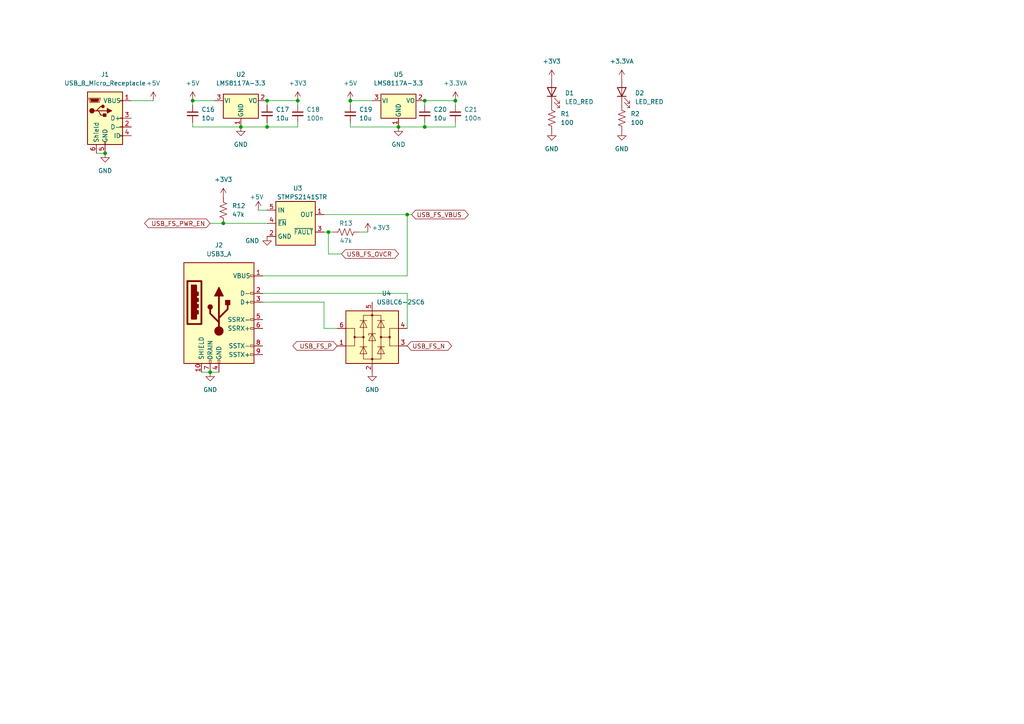
<source format=kicad_sch>
(kicad_sch (version 20211123) (generator eeschema)

  (uuid ed2cc488-f8a6-4a9b-8c26-56cf5073acf5)

  (paper "A4")

  (lib_symbols
    (symbol "Connector:USB3_A" (pin_names (offset 1.016)) (in_bom yes) (on_board yes)
      (property "Reference" "J" (id 0) (at -10.16 15.24 0)
        (effects (font (size 1.27 1.27)) (justify left))
      )
      (property "Value" "USB3_A" (id 1) (at 10.16 15.24 0)
        (effects (font (size 1.27 1.27)) (justify right))
      )
      (property "Footprint" "" (id 2) (at 3.81 2.54 0)
        (effects (font (size 1.27 1.27)) hide)
      )
      (property "Datasheet" "~" (id 3) (at 3.81 2.54 0)
        (effects (font (size 1.27 1.27)) hide)
      )
      (property "ki_keywords" "usb universal serial bus" (id 4) (at 0 0 0)
        (effects (font (size 1.27 1.27)) hide)
      )
      (property "ki_description" "USB 3.0 A connector" (id 5) (at 0 0 0)
        (effects (font (size 1.27 1.27)) hide)
      )
      (symbol "USB3_A_0_0"
        (rectangle (start -9.144 8.636) (end -5.08 -3.81)
          (stroke (width 0.508) (type default) (color 0 0 0 0))
          (fill (type none))
        )
        (rectangle (start -7.874 7.366) (end -6.604 -2.286)
          (stroke (width 0.508) (type default) (color 0 0 0 0))
          (fill (type outline))
        )
        (rectangle (start -6.35 0) (end -6.096 -0.762)
          (stroke (width 0.508) (type default) (color 0 0 0 0))
          (fill (type none))
        )
        (rectangle (start -6.35 1.778) (end -6.096 1.016)
          (stroke (width 0.508) (type default) (color 0 0 0 0))
          (fill (type none))
        )
        (rectangle (start -6.35 3.556) (end -6.096 2.794)
          (stroke (width 0.508) (type default) (color 0 0 0 0))
          (fill (type none))
        )
        (rectangle (start -6.35 5.334) (end -6.096 4.572)
          (stroke (width 0.508) (type default) (color 0 0 0 0))
          (fill (type none))
        )
        (rectangle (start -2.794 -15.24) (end -2.286 -14.224)
          (stroke (width 0) (type default) (color 0 0 0 0))
          (fill (type none))
        )
        (rectangle (start -0.254 -15.24) (end 0.254 -14.224)
          (stroke (width 0) (type default) (color 0 0 0 0))
          (fill (type none))
        )
        (rectangle (start 10.16 -12.446) (end 9.144 -12.954)
          (stroke (width 0) (type default) (color 0 0 0 0))
          (fill (type none))
        )
        (rectangle (start 10.16 -9.906) (end 9.144 -10.414)
          (stroke (width 0) (type default) (color 0 0 0 0))
          (fill (type none))
        )
        (rectangle (start 10.16 -4.826) (end 9.144 -5.334)
          (stroke (width 0) (type default) (color 0 0 0 0))
          (fill (type none))
        )
        (rectangle (start 10.16 -2.286) (end 9.144 -2.794)
          (stroke (width 0) (type default) (color 0 0 0 0))
          (fill (type none))
        )
        (rectangle (start 10.16 2.794) (end 9.144 2.286)
          (stroke (width 0) (type default) (color 0 0 0 0))
          (fill (type none))
        )
        (rectangle (start 10.16 5.334) (end 9.144 4.826)
          (stroke (width 0) (type default) (color 0 0 0 0))
          (fill (type none))
        )
        (rectangle (start 10.16 10.414) (end 9.144 9.906)
          (stroke (width 0) (type default) (color 0 0 0 0))
          (fill (type none))
        )
      )
      (symbol "USB3_A_0_1"
        (rectangle (start -10.16 13.97) (end 10.16 -15.24)
          (stroke (width 0.254) (type default) (color 0 0 0 0))
          (fill (type background))
        )
      )
      (symbol "USB3_A_1_1"
        (circle (center -2.54 1.143) (radius 0.635)
          (stroke (width 0.254) (type default) (color 0 0 0 0))
          (fill (type outline))
        )
        (circle (center 0 -5.842) (radius 1.27)
          (stroke (width 0) (type default) (color 0 0 0 0))
          (fill (type outline))
        )
        (polyline
          (pts
            (xy 0 -5.842)
            (xy 0 4.318)
          )
          (stroke (width 0.508) (type default) (color 0 0 0 0))
          (fill (type none))
        )
        (polyline
          (pts
            (xy 0 -3.302)
            (xy -2.54 -0.762)
            (xy -2.54 0.508)
          )
          (stroke (width 0.508) (type default) (color 0 0 0 0))
          (fill (type none))
        )
        (polyline
          (pts
            (xy 0 -2.032)
            (xy 2.54 0.508)
            (xy 2.54 1.778)
          )
          (stroke (width 0.508) (type default) (color 0 0 0 0))
          (fill (type none))
        )
        (polyline
          (pts
            (xy -1.27 4.318)
            (xy 0 6.858)
            (xy 1.27 4.318)
            (xy -1.27 4.318)
          )
          (stroke (width 0.254) (type default) (color 0 0 0 0))
          (fill (type outline))
        )
        (rectangle (start 1.905 1.778) (end 3.175 3.048)
          (stroke (width 0.254) (type default) (color 0 0 0 0))
          (fill (type outline))
        )
        (pin power_in line (at 12.7 10.16 180) (length 2.54)
          (name "VBUS" (effects (font (size 1.27 1.27))))
          (number "1" (effects (font (size 1.27 1.27))))
        )
        (pin passive line (at -5.08 -17.78 90) (length 2.54)
          (name "SHIELD" (effects (font (size 1.27 1.27))))
          (number "10" (effects (font (size 1.27 1.27))))
        )
        (pin bidirectional line (at 12.7 5.08 180) (length 2.54)
          (name "D-" (effects (font (size 1.27 1.27))))
          (number "2" (effects (font (size 1.27 1.27))))
        )
        (pin bidirectional line (at 12.7 2.54 180) (length 2.54)
          (name "D+" (effects (font (size 1.27 1.27))))
          (number "3" (effects (font (size 1.27 1.27))))
        )
        (pin power_in line (at 0 -17.78 90) (length 2.54)
          (name "GND" (effects (font (size 1.27 1.27))))
          (number "4" (effects (font (size 1.27 1.27))))
        )
        (pin output line (at 12.7 -2.54 180) (length 2.54)
          (name "SSRX-" (effects (font (size 1.27 1.27))))
          (number "5" (effects (font (size 1.27 1.27))))
        )
        (pin output line (at 12.7 -5.08 180) (length 2.54)
          (name "SSRX+" (effects (font (size 1.27 1.27))))
          (number "6" (effects (font (size 1.27 1.27))))
        )
        (pin passive line (at -2.54 -17.78 90) (length 2.54)
          (name "DRAIN" (effects (font (size 1.27 1.27))))
          (number "7" (effects (font (size 1.27 1.27))))
        )
        (pin input line (at 12.7 -10.16 180) (length 2.54)
          (name "SSTX-" (effects (font (size 1.27 1.27))))
          (number "8" (effects (font (size 1.27 1.27))))
        )
        (pin input line (at 12.7 -12.7 180) (length 2.54)
          (name "SSTX+" (effects (font (size 1.27 1.27))))
          (number "9" (effects (font (size 1.27 1.27))))
        )
      )
    )
    (symbol "Device:C_Small" (pin_numbers hide) (pin_names (offset 0.254) hide) (in_bom yes) (on_board yes)
      (property "Reference" "C" (id 0) (at 0.254 1.778 0)
        (effects (font (size 1.27 1.27)) (justify left))
      )
      (property "Value" "C_Small" (id 1) (at 0.254 -2.032 0)
        (effects (font (size 1.27 1.27)) (justify left))
      )
      (property "Footprint" "" (id 2) (at 0 0 0)
        (effects (font (size 1.27 1.27)) hide)
      )
      (property "Datasheet" "~" (id 3) (at 0 0 0)
        (effects (font (size 1.27 1.27)) hide)
      )
      (property "ki_keywords" "capacitor cap" (id 4) (at 0 0 0)
        (effects (font (size 1.27 1.27)) hide)
      )
      (property "ki_description" "Unpolarized capacitor, small symbol" (id 5) (at 0 0 0)
        (effects (font (size 1.27 1.27)) hide)
      )
      (property "ki_fp_filters" "C_*" (id 6) (at 0 0 0)
        (effects (font (size 1.27 1.27)) hide)
      )
      (symbol "C_Small_0_1"
        (polyline
          (pts
            (xy -1.524 -0.508)
            (xy 1.524 -0.508)
          )
          (stroke (width 0.3302) (type default) (color 0 0 0 0))
          (fill (type none))
        )
        (polyline
          (pts
            (xy -1.524 0.508)
            (xy 1.524 0.508)
          )
          (stroke (width 0.3048) (type default) (color 0 0 0 0))
          (fill (type none))
        )
      )
      (symbol "C_Small_1_1"
        (pin passive line (at 0 2.54 270) (length 2.032)
          (name "~" (effects (font (size 1.27 1.27))))
          (number "1" (effects (font (size 1.27 1.27))))
        )
        (pin passive line (at 0 -2.54 90) (length 2.032)
          (name "~" (effects (font (size 1.27 1.27))))
          (number "2" (effects (font (size 1.27 1.27))))
        )
      )
    )
    (symbol "Device:LED" (pin_numbers hide) (pin_names (offset 1.016) hide) (in_bom yes) (on_board yes)
      (property "Reference" "D" (id 0) (at 0 2.54 0)
        (effects (font (size 1.27 1.27)))
      )
      (property "Value" "LED" (id 1) (at 0 -2.54 0)
        (effects (font (size 1.27 1.27)))
      )
      (property "Footprint" "" (id 2) (at 0 0 0)
        (effects (font (size 1.27 1.27)) hide)
      )
      (property "Datasheet" "~" (id 3) (at 0 0 0)
        (effects (font (size 1.27 1.27)) hide)
      )
      (property "ki_keywords" "LED diode" (id 4) (at 0 0 0)
        (effects (font (size 1.27 1.27)) hide)
      )
      (property "ki_description" "Light emitting diode" (id 5) (at 0 0 0)
        (effects (font (size 1.27 1.27)) hide)
      )
      (property "ki_fp_filters" "LED* LED_SMD:* LED_THT:*" (id 6) (at 0 0 0)
        (effects (font (size 1.27 1.27)) hide)
      )
      (symbol "LED_0_1"
        (polyline
          (pts
            (xy -1.27 -1.27)
            (xy -1.27 1.27)
          )
          (stroke (width 0.254) (type default) (color 0 0 0 0))
          (fill (type none))
        )
        (polyline
          (pts
            (xy -1.27 0)
            (xy 1.27 0)
          )
          (stroke (width 0) (type default) (color 0 0 0 0))
          (fill (type none))
        )
        (polyline
          (pts
            (xy 1.27 -1.27)
            (xy 1.27 1.27)
            (xy -1.27 0)
            (xy 1.27 -1.27)
          )
          (stroke (width 0.254) (type default) (color 0 0 0 0))
          (fill (type none))
        )
        (polyline
          (pts
            (xy -3.048 -0.762)
            (xy -4.572 -2.286)
            (xy -3.81 -2.286)
            (xy -4.572 -2.286)
            (xy -4.572 -1.524)
          )
          (stroke (width 0) (type default) (color 0 0 0 0))
          (fill (type none))
        )
        (polyline
          (pts
            (xy -1.778 -0.762)
            (xy -3.302 -2.286)
            (xy -2.54 -2.286)
            (xy -3.302 -2.286)
            (xy -3.302 -1.524)
          )
          (stroke (width 0) (type default) (color 0 0 0 0))
          (fill (type none))
        )
      )
      (symbol "LED_1_1"
        (pin passive line (at -3.81 0 0) (length 2.54)
          (name "K" (effects (font (size 1.27 1.27))))
          (number "1" (effects (font (size 1.27 1.27))))
        )
        (pin passive line (at 3.81 0 180) (length 2.54)
          (name "A" (effects (font (size 1.27 1.27))))
          (number "2" (effects (font (size 1.27 1.27))))
        )
      )
    )
    (symbol "Device:R_US" (pin_numbers hide) (pin_names (offset 0)) (in_bom yes) (on_board yes)
      (property "Reference" "R" (id 0) (at 2.54 0 90)
        (effects (font (size 1.27 1.27)))
      )
      (property "Value" "R_US" (id 1) (at -2.54 0 90)
        (effects (font (size 1.27 1.27)))
      )
      (property "Footprint" "" (id 2) (at 1.016 -0.254 90)
        (effects (font (size 1.27 1.27)) hide)
      )
      (property "Datasheet" "~" (id 3) (at 0 0 0)
        (effects (font (size 1.27 1.27)) hide)
      )
      (property "ki_keywords" "R res resistor" (id 4) (at 0 0 0)
        (effects (font (size 1.27 1.27)) hide)
      )
      (property "ki_description" "Resistor, US symbol" (id 5) (at 0 0 0)
        (effects (font (size 1.27 1.27)) hide)
      )
      (property "ki_fp_filters" "R_*" (id 6) (at 0 0 0)
        (effects (font (size 1.27 1.27)) hide)
      )
      (symbol "R_US_0_1"
        (polyline
          (pts
            (xy 0 -2.286)
            (xy 0 -2.54)
          )
          (stroke (width 0) (type default) (color 0 0 0 0))
          (fill (type none))
        )
        (polyline
          (pts
            (xy 0 2.286)
            (xy 0 2.54)
          )
          (stroke (width 0) (type default) (color 0 0 0 0))
          (fill (type none))
        )
        (polyline
          (pts
            (xy 0 -0.762)
            (xy 1.016 -1.143)
            (xy 0 -1.524)
            (xy -1.016 -1.905)
            (xy 0 -2.286)
          )
          (stroke (width 0) (type default) (color 0 0 0 0))
          (fill (type none))
        )
        (polyline
          (pts
            (xy 0 0.762)
            (xy 1.016 0.381)
            (xy 0 0)
            (xy -1.016 -0.381)
            (xy 0 -0.762)
          )
          (stroke (width 0) (type default) (color 0 0 0 0))
          (fill (type none))
        )
        (polyline
          (pts
            (xy 0 2.286)
            (xy 1.016 1.905)
            (xy 0 1.524)
            (xy -1.016 1.143)
            (xy 0 0.762)
          )
          (stroke (width 0) (type default) (color 0 0 0 0))
          (fill (type none))
        )
      )
      (symbol "R_US_1_1"
        (pin passive line (at 0 3.81 270) (length 1.27)
          (name "~" (effects (font (size 1.27 1.27))))
          (number "1" (effects (font (size 1.27 1.27))))
        )
        (pin passive line (at 0 -3.81 90) (length 1.27)
          (name "~" (effects (font (size 1.27 1.27))))
          (number "2" (effects (font (size 1.27 1.27))))
        )
      )
    )
    (symbol "Power_Protection:USBLC6-2SC6" (pin_names hide) (in_bom yes) (on_board yes)
      (property "Reference" "U" (id 0) (at 2.54 8.89 0)
        (effects (font (size 1.27 1.27)) (justify left))
      )
      (property "Value" "USBLC6-2SC6" (id 1) (at 2.54 -8.89 0)
        (effects (font (size 1.27 1.27)) (justify left))
      )
      (property "Footprint" "Package_TO_SOT_SMD:SOT-23-6" (id 2) (at 0 -12.7 0)
        (effects (font (size 1.27 1.27)) hide)
      )
      (property "Datasheet" "https://www.st.com/resource/en/datasheet/usblc6-2.pdf" (id 3) (at 5.08 8.89 0)
        (effects (font (size 1.27 1.27)) hide)
      )
      (property "ki_keywords" "usb ethernet video" (id 4) (at 0 0 0)
        (effects (font (size 1.27 1.27)) hide)
      )
      (property "ki_description" "Very low capacitance ESD protection diode, 2 data-line, SOT-23-6" (id 5) (at 0 0 0)
        (effects (font (size 1.27 1.27)) hide)
      )
      (property "ki_fp_filters" "SOT?23*" (id 6) (at 0 0 0)
        (effects (font (size 1.27 1.27)) hide)
      )
      (symbol "USBLC6-2SC6_0_1"
        (rectangle (start -7.62 -7.62) (end 7.62 7.62)
          (stroke (width 0.254) (type default) (color 0 0 0 0))
          (fill (type background))
        )
        (circle (center -5.08 0) (radius 0.254)
          (stroke (width 0) (type default) (color 0 0 0 0))
          (fill (type outline))
        )
        (circle (center -2.54 0) (radius 0.254)
          (stroke (width 0) (type default) (color 0 0 0 0))
          (fill (type outline))
        )
        (rectangle (start -2.54 6.35) (end 2.54 -6.35)
          (stroke (width 0) (type default) (color 0 0 0 0))
          (fill (type none))
        )
        (circle (center 0 -6.35) (radius 0.254)
          (stroke (width 0) (type default) (color 0 0 0 0))
          (fill (type outline))
        )
        (polyline
          (pts
            (xy -5.08 -2.54)
            (xy -7.62 -2.54)
          )
          (stroke (width 0) (type default) (color 0 0 0 0))
          (fill (type none))
        )
        (polyline
          (pts
            (xy -5.08 0)
            (xy -5.08 -2.54)
          )
          (stroke (width 0) (type default) (color 0 0 0 0))
          (fill (type none))
        )
        (polyline
          (pts
            (xy -5.08 2.54)
            (xy -7.62 2.54)
          )
          (stroke (width 0) (type default) (color 0 0 0 0))
          (fill (type none))
        )
        (polyline
          (pts
            (xy -1.524 -2.794)
            (xy -3.556 -2.794)
          )
          (stroke (width 0) (type default) (color 0 0 0 0))
          (fill (type none))
        )
        (polyline
          (pts
            (xy -1.524 4.826)
            (xy -3.556 4.826)
          )
          (stroke (width 0) (type default) (color 0 0 0 0))
          (fill (type none))
        )
        (polyline
          (pts
            (xy 0 -7.62)
            (xy 0 -6.35)
          )
          (stroke (width 0) (type default) (color 0 0 0 0))
          (fill (type none))
        )
        (polyline
          (pts
            (xy 0 -6.35)
            (xy 0 1.27)
          )
          (stroke (width 0) (type default) (color 0 0 0 0))
          (fill (type none))
        )
        (polyline
          (pts
            (xy 0 1.27)
            (xy 0 6.35)
          )
          (stroke (width 0) (type default) (color 0 0 0 0))
          (fill (type none))
        )
        (polyline
          (pts
            (xy 0 6.35)
            (xy 0 7.62)
          )
          (stroke (width 0) (type default) (color 0 0 0 0))
          (fill (type none))
        )
        (polyline
          (pts
            (xy 1.524 -2.794)
            (xy 3.556 -2.794)
          )
          (stroke (width 0) (type default) (color 0 0 0 0))
          (fill (type none))
        )
        (polyline
          (pts
            (xy 1.524 4.826)
            (xy 3.556 4.826)
          )
          (stroke (width 0) (type default) (color 0 0 0 0))
          (fill (type none))
        )
        (polyline
          (pts
            (xy 5.08 -2.54)
            (xy 7.62 -2.54)
          )
          (stroke (width 0) (type default) (color 0 0 0 0))
          (fill (type none))
        )
        (polyline
          (pts
            (xy 5.08 0)
            (xy 5.08 -2.54)
          )
          (stroke (width 0) (type default) (color 0 0 0 0))
          (fill (type none))
        )
        (polyline
          (pts
            (xy 5.08 2.54)
            (xy 7.62 2.54)
          )
          (stroke (width 0) (type default) (color 0 0 0 0))
          (fill (type none))
        )
        (polyline
          (pts
            (xy -2.54 0)
            (xy -5.08 0)
            (xy -5.08 2.54)
          )
          (stroke (width 0) (type default) (color 0 0 0 0))
          (fill (type none))
        )
        (polyline
          (pts
            (xy 2.54 0)
            (xy 5.08 0)
            (xy 5.08 2.54)
          )
          (stroke (width 0) (type default) (color 0 0 0 0))
          (fill (type none))
        )
        (polyline
          (pts
            (xy -3.556 -4.826)
            (xy -1.524 -4.826)
            (xy -2.54 -2.794)
            (xy -3.556 -4.826)
          )
          (stroke (width 0) (type default) (color 0 0 0 0))
          (fill (type none))
        )
        (polyline
          (pts
            (xy -3.556 2.794)
            (xy -1.524 2.794)
            (xy -2.54 4.826)
            (xy -3.556 2.794)
          )
          (stroke (width 0) (type default) (color 0 0 0 0))
          (fill (type none))
        )
        (polyline
          (pts
            (xy -1.016 -1.016)
            (xy 1.016 -1.016)
            (xy 0 1.016)
            (xy -1.016 -1.016)
          )
          (stroke (width 0) (type default) (color 0 0 0 0))
          (fill (type none))
        )
        (polyline
          (pts
            (xy 1.016 1.016)
            (xy 0.762 1.016)
            (xy -1.016 1.016)
            (xy -1.016 0.508)
          )
          (stroke (width 0) (type default) (color 0 0 0 0))
          (fill (type none))
        )
        (polyline
          (pts
            (xy 3.556 -4.826)
            (xy 1.524 -4.826)
            (xy 2.54 -2.794)
            (xy 3.556 -4.826)
          )
          (stroke (width 0) (type default) (color 0 0 0 0))
          (fill (type none))
        )
        (polyline
          (pts
            (xy 3.556 2.794)
            (xy 1.524 2.794)
            (xy 2.54 4.826)
            (xy 3.556 2.794)
          )
          (stroke (width 0) (type default) (color 0 0 0 0))
          (fill (type none))
        )
        (circle (center 0 6.35) (radius 0.254)
          (stroke (width 0) (type default) (color 0 0 0 0))
          (fill (type outline))
        )
        (circle (center 2.54 0) (radius 0.254)
          (stroke (width 0) (type default) (color 0 0 0 0))
          (fill (type outline))
        )
        (circle (center 5.08 0) (radius 0.254)
          (stroke (width 0) (type default) (color 0 0 0 0))
          (fill (type outline))
        )
      )
      (symbol "USBLC6-2SC6_1_1"
        (pin passive line (at -10.16 -2.54 0) (length 2.54)
          (name "I/O1" (effects (font (size 1.27 1.27))))
          (number "1" (effects (font (size 1.27 1.27))))
        )
        (pin passive line (at 0 -10.16 90) (length 2.54)
          (name "GND" (effects (font (size 1.27 1.27))))
          (number "2" (effects (font (size 1.27 1.27))))
        )
        (pin passive line (at 10.16 -2.54 180) (length 2.54)
          (name "I/O2" (effects (font (size 1.27 1.27))))
          (number "3" (effects (font (size 1.27 1.27))))
        )
        (pin passive line (at 10.16 2.54 180) (length 2.54)
          (name "I/O2" (effects (font (size 1.27 1.27))))
          (number "4" (effects (font (size 1.27 1.27))))
        )
        (pin passive line (at 0 10.16 270) (length 2.54)
          (name "VBUS" (effects (font (size 1.27 1.27))))
          (number "5" (effects (font (size 1.27 1.27))))
        )
        (pin passive line (at -10.16 2.54 0) (length 2.54)
          (name "I/O1" (effects (font (size 1.27 1.27))))
          (number "6" (effects (font (size 1.27 1.27))))
        )
      )
    )
    (symbol "Regulator_Linear:AMS1117-3.3" (pin_names (offset 0.254)) (in_bom yes) (on_board yes)
      (property "Reference" "U" (id 0) (at -3.81 3.175 0)
        (effects (font (size 1.27 1.27)))
      )
      (property "Value" "AMS1117-3.3" (id 1) (at 0 3.175 0)
        (effects (font (size 1.27 1.27)) (justify left))
      )
      (property "Footprint" "Package_TO_SOT_SMD:SOT-223-3_TabPin2" (id 2) (at 0 5.08 0)
        (effects (font (size 1.27 1.27)) hide)
      )
      (property "Datasheet" "http://www.advanced-monolithic.com/pdf/ds1117.pdf" (id 3) (at 2.54 -6.35 0)
        (effects (font (size 1.27 1.27)) hide)
      )
      (property "ki_keywords" "linear regulator ldo fixed positive" (id 4) (at 0 0 0)
        (effects (font (size 1.27 1.27)) hide)
      )
      (property "ki_description" "1A Low Dropout regulator, positive, 3.3V fixed output, SOT-223" (id 5) (at 0 0 0)
        (effects (font (size 1.27 1.27)) hide)
      )
      (property "ki_fp_filters" "SOT?223*TabPin2*" (id 6) (at 0 0 0)
        (effects (font (size 1.27 1.27)) hide)
      )
      (symbol "AMS1117-3.3_0_1"
        (rectangle (start -5.08 -5.08) (end 5.08 1.905)
          (stroke (width 0.254) (type default) (color 0 0 0 0))
          (fill (type background))
        )
      )
      (symbol "AMS1117-3.3_1_1"
        (pin power_in line (at 0 -7.62 90) (length 2.54)
          (name "GND" (effects (font (size 1.27 1.27))))
          (number "1" (effects (font (size 1.27 1.27))))
        )
        (pin power_out line (at 7.62 0 180) (length 2.54)
          (name "VO" (effects (font (size 1.27 1.27))))
          (number "2" (effects (font (size 1.27 1.27))))
        )
        (pin power_in line (at -7.62 0 0) (length 2.54)
          (name "VI" (effects (font (size 1.27 1.27))))
          (number "3" (effects (font (size 1.27 1.27))))
        )
      )
    )
    (symbol "power:+3.3VA" (power) (pin_names (offset 0)) (in_bom yes) (on_board yes)
      (property "Reference" "#PWR" (id 0) (at 0 -3.81 0)
        (effects (font (size 1.27 1.27)) hide)
      )
      (property "Value" "+3.3VA" (id 1) (at 0 3.556 0)
        (effects (font (size 1.27 1.27)))
      )
      (property "Footprint" "" (id 2) (at 0 0 0)
        (effects (font (size 1.27 1.27)) hide)
      )
      (property "Datasheet" "" (id 3) (at 0 0 0)
        (effects (font (size 1.27 1.27)) hide)
      )
      (property "ki_keywords" "power-flag" (id 4) (at 0 0 0)
        (effects (font (size 1.27 1.27)) hide)
      )
      (property "ki_description" "Power symbol creates a global label with name \"+3.3VA\"" (id 5) (at 0 0 0)
        (effects (font (size 1.27 1.27)) hide)
      )
      (symbol "+3.3VA_0_1"
        (polyline
          (pts
            (xy -0.762 1.27)
            (xy 0 2.54)
          )
          (stroke (width 0) (type default) (color 0 0 0 0))
          (fill (type none))
        )
        (polyline
          (pts
            (xy 0 0)
            (xy 0 2.54)
          )
          (stroke (width 0) (type default) (color 0 0 0 0))
          (fill (type none))
        )
        (polyline
          (pts
            (xy 0 2.54)
            (xy 0.762 1.27)
          )
          (stroke (width 0) (type default) (color 0 0 0 0))
          (fill (type none))
        )
      )
      (symbol "+3.3VA_1_1"
        (pin power_in line (at 0 0 90) (length 0) hide
          (name "+3.3VA" (effects (font (size 1.27 1.27))))
          (number "1" (effects (font (size 1.27 1.27))))
        )
      )
    )
    (symbol "power:+3V3" (power) (pin_names (offset 0)) (in_bom yes) (on_board yes)
      (property "Reference" "#PWR" (id 0) (at 0 -3.81 0)
        (effects (font (size 1.27 1.27)) hide)
      )
      (property "Value" "+3V3" (id 1) (at 0 3.556 0)
        (effects (font (size 1.27 1.27)))
      )
      (property "Footprint" "" (id 2) (at 0 0 0)
        (effects (font (size 1.27 1.27)) hide)
      )
      (property "Datasheet" "" (id 3) (at 0 0 0)
        (effects (font (size 1.27 1.27)) hide)
      )
      (property "ki_keywords" "power-flag" (id 4) (at 0 0 0)
        (effects (font (size 1.27 1.27)) hide)
      )
      (property "ki_description" "Power symbol creates a global label with name \"+3V3\"" (id 5) (at 0 0 0)
        (effects (font (size 1.27 1.27)) hide)
      )
      (symbol "+3V3_0_1"
        (polyline
          (pts
            (xy -0.762 1.27)
            (xy 0 2.54)
          )
          (stroke (width 0) (type default) (color 0 0 0 0))
          (fill (type none))
        )
        (polyline
          (pts
            (xy 0 0)
            (xy 0 2.54)
          )
          (stroke (width 0) (type default) (color 0 0 0 0))
          (fill (type none))
        )
        (polyline
          (pts
            (xy 0 2.54)
            (xy 0.762 1.27)
          )
          (stroke (width 0) (type default) (color 0 0 0 0))
          (fill (type none))
        )
      )
      (symbol "+3V3_1_1"
        (pin power_in line (at 0 0 90) (length 0) hide
          (name "+3V3" (effects (font (size 1.27 1.27))))
          (number "1" (effects (font (size 1.27 1.27))))
        )
      )
    )
    (symbol "power:+5V" (power) (pin_names (offset 0)) (in_bom yes) (on_board yes)
      (property "Reference" "#PWR" (id 0) (at 0 -3.81 0)
        (effects (font (size 1.27 1.27)) hide)
      )
      (property "Value" "+5V" (id 1) (at 0 3.556 0)
        (effects (font (size 1.27 1.27)))
      )
      (property "Footprint" "" (id 2) (at 0 0 0)
        (effects (font (size 1.27 1.27)) hide)
      )
      (property "Datasheet" "" (id 3) (at 0 0 0)
        (effects (font (size 1.27 1.27)) hide)
      )
      (property "ki_keywords" "power-flag" (id 4) (at 0 0 0)
        (effects (font (size 1.27 1.27)) hide)
      )
      (property "ki_description" "Power symbol creates a global label with name \"+5V\"" (id 5) (at 0 0 0)
        (effects (font (size 1.27 1.27)) hide)
      )
      (symbol "+5V_0_1"
        (polyline
          (pts
            (xy -0.762 1.27)
            (xy 0 2.54)
          )
          (stroke (width 0) (type default) (color 0 0 0 0))
          (fill (type none))
        )
        (polyline
          (pts
            (xy 0 0)
            (xy 0 2.54)
          )
          (stroke (width 0) (type default) (color 0 0 0 0))
          (fill (type none))
        )
        (polyline
          (pts
            (xy 0 2.54)
            (xy 0.762 1.27)
          )
          (stroke (width 0) (type default) (color 0 0 0 0))
          (fill (type none))
        )
      )
      (symbol "+5V_1_1"
        (pin power_in line (at 0 0 90) (length 0) hide
          (name "+5V" (effects (font (size 1.27 1.27))))
          (number "1" (effects (font (size 1.27 1.27))))
        )
      )
    )
    (symbol "power:GND" (power) (pin_names (offset 0)) (in_bom yes) (on_board yes)
      (property "Reference" "#PWR" (id 0) (at 0 -6.35 0)
        (effects (font (size 1.27 1.27)) hide)
      )
      (property "Value" "GND" (id 1) (at 0 -3.81 0)
        (effects (font (size 1.27 1.27)))
      )
      (property "Footprint" "" (id 2) (at 0 0 0)
        (effects (font (size 1.27 1.27)) hide)
      )
      (property "Datasheet" "" (id 3) (at 0 0 0)
        (effects (font (size 1.27 1.27)) hide)
      )
      (property "ki_keywords" "power-flag" (id 4) (at 0 0 0)
        (effects (font (size 1.27 1.27)) hide)
      )
      (property "ki_description" "Power symbol creates a global label with name \"GND\" , ground" (id 5) (at 0 0 0)
        (effects (font (size 1.27 1.27)) hide)
      )
      (symbol "GND_0_1"
        (polyline
          (pts
            (xy 0 0)
            (xy 0 -1.27)
            (xy 1.27 -1.27)
            (xy 0 -2.54)
            (xy -1.27 -1.27)
            (xy 0 -1.27)
          )
          (stroke (width 0) (type default) (color 0 0 0 0))
          (fill (type none))
        )
      )
      (symbol "GND_1_1"
        (pin power_in line (at 0 0 270) (length 0) hide
          (name "GND" (effects (font (size 1.27 1.27))))
          (number "1" (effects (font (size 1.27 1.27))))
        )
      )
    )
    (symbol "sparkboxLibrary:STMPS2141STR" (in_bom yes) (on_board yes)
      (property "Reference" "U" (id 0) (at 0 10.16 0)
        (effects (font (size 1.27 1.27)))
      )
      (property "Value" "STMPS2141STR" (id 1) (at 1.27 7.62 0)
        (effects (font (size 1.27 1.27)))
      )
      (property "Footprint" "" (id 2) (at 3.81 0 0)
        (effects (font (size 1.27 1.27)) hide)
      )
      (property "Datasheet" "" (id 3) (at 3.81 0 0)
        (effects (font (size 1.27 1.27)) hide)
      )
      (symbol "STMPS2141STR_0_1"
        (rectangle (start -5.08 6.35) (end 6.35 -6.35)
          (stroke (width 0.254) (type default) (color 0 0 0 0))
          (fill (type background))
        )
      )
      (symbol "STMPS2141STR_1_1"
        (pin power_out line (at 8.89 2.54 180) (length 2.54)
          (name "OUT" (effects (font (size 1.27 1.27))))
          (number "1" (effects (font (size 1.27 1.27))))
        )
        (pin power_in line (at -7.62 -3.81 0) (length 2.54)
          (name "GND" (effects (font (size 1.27 1.27))))
          (number "2" (effects (font (size 1.27 1.27))))
        )
        (pin output line (at 8.89 -2.54 180) (length 2.54)
          (name "~{FAULT}" (effects (font (size 1.27 1.27))))
          (number "3" (effects (font (size 1.27 1.27))))
        )
        (pin input line (at -7.62 0 0) (length 2.54)
          (name "~{EN}" (effects (font (size 1.27 1.27))))
          (number "4" (effects (font (size 1.27 1.27))))
        )
        (pin power_in line (at -7.62 3.81 0) (length 2.54)
          (name "IN" (effects (font (size 1.27 1.27))))
          (number "5" (effects (font (size 1.27 1.27))))
        )
      )
    )
    (symbol "sparkboxLibrary:USB_B_Micro_Receptacle" (in_bom yes) (on_board yes)
      (property "Reference" "J?" (id 0) (at 0 0 0)
        (effects (font (size 1.27 1.27)))
      )
      (property "Value" "USB_B_Micro_Receptacle" (id 1) (at 0 -2.54 0)
        (effects (font (size 1.27 1.27)))
      )
      (property "Footprint" "" (id 2) (at 0 0 0)
        (effects (font (size 1.27 1.27)) hide)
      )
      (property "Datasheet" "" (id 3) (at 0 0 0)
        (effects (font (size 1.27 1.27)) hide)
      )
      (symbol "USB_B_Micro_Receptacle_0_1"
        (rectangle (start -5.08 -20.32) (end 5.08 -5.08)
          (stroke (width 0.254) (type default) (color 0 0 0 0))
          (fill (type background))
        )
        (circle (center -3.81 -10.541) (radius 0.635)
          (stroke (width 0.254) (type default) (color 0 0 0 0))
          (fill (type outline))
        )
        (circle (center -0.635 -9.271) (radius 0.381)
          (stroke (width 0.254) (type default) (color 0 0 0 0))
          (fill (type outline))
        )
        (rectangle (start -0.127 -20.32) (end 0.127 -19.558)
          (stroke (width 0) (type default) (color 0 0 0 0))
          (fill (type none))
        )
        (polyline
          (pts
            (xy -1.905 -10.541)
            (xy 0.635 -10.541)
          )
          (stroke (width 0.254) (type default) (color 0 0 0 0))
          (fill (type none))
        )
        (polyline
          (pts
            (xy -3.175 -10.541)
            (xy -2.54 -10.541)
            (xy -1.27 -9.271)
            (xy -0.635 -9.271)
          )
          (stroke (width 0.254) (type default) (color 0 0 0 0))
          (fill (type none))
        )
        (polyline
          (pts
            (xy -2.54 -10.541)
            (xy -1.905 -10.541)
            (xy -1.27 -11.811)
            (xy 0 -11.811)
          )
          (stroke (width 0.254) (type default) (color 0 0 0 0))
          (fill (type none))
        )
        (polyline
          (pts
            (xy 0.635 -9.906)
            (xy 0.635 -11.176)
            (xy 1.905 -10.541)
            (xy 0.635 -9.906)
          )
          (stroke (width 0.254) (type default) (color 0 0 0 0))
          (fill (type outline))
        )
        (polyline
          (pts
            (xy -4.318 -7.112)
            (xy -1.778 -7.112)
            (xy -2.032 -7.874)
            (xy -4.064 -7.874)
            (xy -4.318 -7.112)
          )
          (stroke (width 0) (type default) (color 0 0 0 0))
          (fill (type outline))
        )
        (polyline
          (pts
            (xy -4.699 -6.858)
            (xy -4.699 -7.112)
            (xy -4.445 -7.874)
            (xy -4.445 -8.128)
            (xy -1.651 -8.128)
            (xy -1.651 -7.874)
            (xy -1.397 -7.112)
            (xy -1.397 -6.858)
            (xy -4.699 -6.858)
          )
          (stroke (width 0) (type default) (color 0 0 0 0))
          (fill (type none))
        )
        (rectangle (start 0.254 -11.43) (end -0.508 -12.192)
          (stroke (width 0.254) (type default) (color 0 0 0 0))
          (fill (type outline))
        )
        (rectangle (start 5.08 -17.907) (end 4.318 -17.653)
          (stroke (width 0) (type default) (color 0 0 0 0))
          (fill (type none))
        )
        (rectangle (start 5.08 -15.367) (end 4.318 -15.113)
          (stroke (width 0) (type default) (color 0 0 0 0))
          (fill (type none))
        )
        (rectangle (start 5.08 -12.827) (end 4.318 -12.573)
          (stroke (width 0) (type default) (color 0 0 0 0))
          (fill (type none))
        )
        (rectangle (start 5.08 -7.747) (end 4.318 -7.493)
          (stroke (width 0) (type default) (color 0 0 0 0))
          (fill (type none))
        )
      )
      (symbol "USB_B_Micro_Receptacle_1_1"
        (pin power_out line (at 7.62 -7.62 180) (length 2.54)
          (name "VBUS" (effects (font (size 1.27 1.27))))
          (number "1" (effects (font (size 1.27 1.27))))
        )
        (pin bidirectional line (at 7.62 -15.24 180) (length 2.54)
          (name "D-" (effects (font (size 1.27 1.27))))
          (number "2" (effects (font (size 1.27 1.27))))
        )
        (pin bidirectional line (at 7.62 -12.7 180) (length 2.54)
          (name "D+" (effects (font (size 1.27 1.27))))
          (number "3" (effects (font (size 1.27 1.27))))
        )
        (pin passive line (at 7.62 -17.78 180) (length 2.54)
          (name "ID" (effects (font (size 1.27 1.27))))
          (number "4" (effects (font (size 1.27 1.27))))
        )
        (pin power_out line (at 0 -22.86 90) (length 2.54)
          (name "GND" (effects (font (size 1.27 1.27))))
          (number "5" (effects (font (size 1.27 1.27))))
        )
        (pin passive line (at -2.54 -22.86 90) (length 2.54)
          (name "Shield" (effects (font (size 1.27 1.27))))
          (number "6" (effects (font (size 1.27 1.27))))
        )
      )
    )
  )

  (junction (at 115.57 36.83) (diameter 0) (color 0 0 0 0)
    (uuid 0ac48827-34c2-43fb-9088-8d6c9c6bc9dc)
  )
  (junction (at 77.47 36.83) (diameter 0) (color 0 0 0 0)
    (uuid 0f719565-21fe-471c-a5a1-887e0a5c6ba8)
  )
  (junction (at 95.25 67.31) (diameter 0) (color 0 0 0 0)
    (uuid 117966e2-d9d6-4cd0-9a5d-04c55c9c30c7)
  )
  (junction (at 101.6 29.21) (diameter 0) (color 0 0 0 0)
    (uuid 256b9b03-3707-4f36-9649-f69e18c94f2c)
  )
  (junction (at 55.88 29.21) (diameter 0) (color 0 0 0 0)
    (uuid 4b43323c-2b56-4d40-b144-91cceb5698b6)
  )
  (junction (at 118.11 62.23) (diameter 0) (color 0 0 0 0)
    (uuid 64688161-cacd-4b19-932b-9be98d309575)
  )
  (junction (at 132.08 29.21) (diameter 0) (color 0 0 0 0)
    (uuid 719adfbe-0ad2-4073-b71c-0f2052914482)
  )
  (junction (at 86.36 29.21) (diameter 0) (color 0 0 0 0)
    (uuid 82d68c75-a2f0-4eee-bc15-077d80f954d3)
  )
  (junction (at 69.85 36.83) (diameter 0) (color 0 0 0 0)
    (uuid 8621278c-1b58-4be8-b679-f97995c4fc6b)
  )
  (junction (at 77.47 29.21) (diameter 0) (color 0 0 0 0)
    (uuid 8c600c2b-54bd-40a1-b06d-e687cf076c69)
  )
  (junction (at 60.96 107.95) (diameter 0) (color 0 0 0 0)
    (uuid 8f6c7a52-78e8-488b-aaa5-40302feadbdd)
  )
  (junction (at 64.77 64.77) (diameter 0) (color 0 0 0 0)
    (uuid b1be6322-39dd-4da7-867c-213a8f1664ec)
  )
  (junction (at 30.48 44.45) (diameter 0) (color 0 0 0 0)
    (uuid cb20f3cd-7f60-4870-aee9-09ae6f317a0f)
  )
  (junction (at 123.19 36.83) (diameter 0) (color 0 0 0 0)
    (uuid cc246084-a8b9-4b5d-be64-288da0f31ad8)
  )
  (junction (at 123.19 29.21) (diameter 0) (color 0 0 0 0)
    (uuid ef98daf6-aedb-4b21-a882-422fc593dffb)
  )

  (wire (pts (xy 60.96 64.77) (xy 64.77 64.77))
    (stroke (width 0) (type default) (color 0 0 0 0))
    (uuid 07d09dd3-8718-43df-9b7d-da7adb1e5e90)
  )
  (wire (pts (xy 101.6 29.21) (xy 107.95 29.21))
    (stroke (width 0) (type default) (color 0 0 0 0))
    (uuid 0f182408-a724-4bc1-9555-c6eca40eac82)
  )
  (wire (pts (xy 95.25 73.66) (xy 95.25 67.31))
    (stroke (width 0) (type default) (color 0 0 0 0))
    (uuid 14ee41b9-4c41-4f09-af72-dce83dc2d907)
  )
  (wire (pts (xy 93.98 87.63) (xy 76.2 87.63))
    (stroke (width 0) (type default) (color 0 0 0 0))
    (uuid 1fbb2c9a-e8cc-47ac-b4e6-df123947a190)
  )
  (wire (pts (xy 101.6 36.83) (xy 115.57 36.83))
    (stroke (width 0) (type default) (color 0 0 0 0))
    (uuid 20872100-3c22-4501-aa8b-38fe17a0d370)
  )
  (wire (pts (xy 95.25 67.31) (xy 93.98 67.31))
    (stroke (width 0) (type default) (color 0 0 0 0))
    (uuid 2644ba31-88c2-4cb2-840e-3d480610f8ac)
  )
  (wire (pts (xy 77.47 30.48) (xy 77.47 29.21))
    (stroke (width 0) (type default) (color 0 0 0 0))
    (uuid 31bca7b4-c3a9-4df5-b703-ef503623dc5d)
  )
  (wire (pts (xy 123.19 30.48) (xy 123.19 29.21))
    (stroke (width 0) (type default) (color 0 0 0 0))
    (uuid 3bb52c7c-8c26-4fad-9313-23e16b686555)
  )
  (wire (pts (xy 64.77 64.77) (xy 77.47 64.77))
    (stroke (width 0) (type default) (color 0 0 0 0))
    (uuid 43b2b705-774c-4306-b855-664ab935386a)
  )
  (wire (pts (xy 123.19 36.83) (xy 115.57 36.83))
    (stroke (width 0) (type default) (color 0 0 0 0))
    (uuid 52697ed2-9403-4bc9-b0bb-63a804899474)
  )
  (wire (pts (xy 86.36 36.83) (xy 77.47 36.83))
    (stroke (width 0) (type default) (color 0 0 0 0))
    (uuid 528f7a0e-2e90-441f-bc1d-62e2aaad8790)
  )
  (wire (pts (xy 55.88 35.56) (xy 55.88 36.83))
    (stroke (width 0) (type default) (color 0 0 0 0))
    (uuid 5a9abb96-0291-48d4-95cb-1ed4dc342330)
  )
  (wire (pts (xy 86.36 35.56) (xy 86.36 36.83))
    (stroke (width 0) (type default) (color 0 0 0 0))
    (uuid 5b0f17c9-6232-4407-b198-cbdce47c8b97)
  )
  (wire (pts (xy 86.36 30.48) (xy 86.36 29.21))
    (stroke (width 0) (type default) (color 0 0 0 0))
    (uuid 5c0dcaa7-ca33-45c2-a46a-c12efe9ea542)
  )
  (wire (pts (xy 106.68 67.31) (xy 104.14 67.31))
    (stroke (width 0) (type default) (color 0 0 0 0))
    (uuid 5c330eca-a190-4661-95c0-c7f5d6221677)
  )
  (wire (pts (xy 118.11 62.23) (xy 119.38 62.23))
    (stroke (width 0) (type default) (color 0 0 0 0))
    (uuid 5fd8f3ee-e6f9-4c81-be83-8855b7636b70)
  )
  (wire (pts (xy 132.08 36.83) (xy 123.19 36.83))
    (stroke (width 0) (type default) (color 0 0 0 0))
    (uuid 64d16fa3-0b9b-4a43-8c33-e346aa1182a6)
  )
  (wire (pts (xy 96.52 67.31) (xy 95.25 67.31))
    (stroke (width 0) (type default) (color 0 0 0 0))
    (uuid 683f5c79-ad33-4a44-87f6-816993519c5f)
  )
  (wire (pts (xy 101.6 30.48) (xy 101.6 29.21))
    (stroke (width 0) (type default) (color 0 0 0 0))
    (uuid 6f427a48-a26c-4de8-9c8c-e8812be2b60f)
  )
  (wire (pts (xy 55.88 30.48) (xy 55.88 29.21))
    (stroke (width 0) (type default) (color 0 0 0 0))
    (uuid 72cfc8f3-d7ff-49aa-af5a-4650ef5a6876)
  )
  (wire (pts (xy 132.08 30.48) (xy 132.08 29.21))
    (stroke (width 0) (type default) (color 0 0 0 0))
    (uuid 72de813e-dd4a-46b8-b6b0-ca578da75b41)
  )
  (wire (pts (xy 77.47 29.21) (xy 86.36 29.21))
    (stroke (width 0) (type default) (color 0 0 0 0))
    (uuid 74fae9ca-0aa4-4bd0-98e3-251d7b774abd)
  )
  (wire (pts (xy 27.94 44.45) (xy 30.48 44.45))
    (stroke (width 0) (type default) (color 0 0 0 0))
    (uuid 7806bb70-40b0-4378-86f2-c84a7c8daf12)
  )
  (wire (pts (xy 77.47 35.56) (xy 77.47 36.83))
    (stroke (width 0) (type default) (color 0 0 0 0))
    (uuid 8a2013d5-afee-4db2-bd46-1a50da5e2c2a)
  )
  (wire (pts (xy 93.98 95.25) (xy 93.98 87.63))
    (stroke (width 0) (type default) (color 0 0 0 0))
    (uuid 95039ee9-7047-468a-9636-90b84c4b5ed6)
  )
  (wire (pts (xy 97.79 95.25) (xy 93.98 95.25))
    (stroke (width 0) (type default) (color 0 0 0 0))
    (uuid 97303de6-1e75-4471-b0ed-4e2a888d8c55)
  )
  (wire (pts (xy 118.11 85.09) (xy 118.11 95.25))
    (stroke (width 0) (type default) (color 0 0 0 0))
    (uuid 997b4d7d-c891-4d0e-a3e2-bacdbeedf157)
  )
  (wire (pts (xy 123.19 29.21) (xy 132.08 29.21))
    (stroke (width 0) (type default) (color 0 0 0 0))
    (uuid 9b3f4f1e-e34f-44ff-83f5-195b91563699)
  )
  (wire (pts (xy 95.25 73.66) (xy 99.06 73.66))
    (stroke (width 0) (type default) (color 0 0 0 0))
    (uuid 9d4a1084-6c65-4366-a9f8-16138540cc97)
  )
  (wire (pts (xy 55.88 36.83) (xy 69.85 36.83))
    (stroke (width 0) (type default) (color 0 0 0 0))
    (uuid 9ec00bda-a8b6-4ec2-bc8c-a3f06b282ddc)
  )
  (wire (pts (xy 123.19 35.56) (xy 123.19 36.83))
    (stroke (width 0) (type default) (color 0 0 0 0))
    (uuid a61e330e-bc1f-4cf5-aeb5-c846209486ea)
  )
  (wire (pts (xy 60.96 107.95) (xy 63.5 107.95))
    (stroke (width 0) (type default) (color 0 0 0 0))
    (uuid a781b66e-4628-4987-b2c2-1aef3a4e7187)
  )
  (wire (pts (xy 58.42 107.95) (xy 60.96 107.95))
    (stroke (width 0) (type default) (color 0 0 0 0))
    (uuid b8128c3f-cdc0-4849-8024-d1e0fb684273)
  )
  (wire (pts (xy 93.98 62.23) (xy 118.11 62.23))
    (stroke (width 0) (type default) (color 0 0 0 0))
    (uuid ba853555-5677-48cc-90c9-1f42e349c10f)
  )
  (wire (pts (xy 101.6 35.56) (xy 101.6 36.83))
    (stroke (width 0) (type default) (color 0 0 0 0))
    (uuid c03f5bbf-3181-4bcb-bbfe-bf265db4bad0)
  )
  (wire (pts (xy 74.93 60.96) (xy 77.47 60.96))
    (stroke (width 0) (type default) (color 0 0 0 0))
    (uuid c1661864-a780-4140-8611-75973a2f0ac1)
  )
  (wire (pts (xy 44.45 29.21) (xy 38.1 29.21))
    (stroke (width 0) (type default) (color 0 0 0 0))
    (uuid cb888542-c240-46b4-94ab-413039d4f996)
  )
  (wire (pts (xy 76.2 85.09) (xy 118.11 85.09))
    (stroke (width 0) (type default) (color 0 0 0 0))
    (uuid d31b445e-6949-479d-859a-93c86b9b5d2e)
  )
  (wire (pts (xy 118.11 62.23) (xy 118.11 80.01))
    (stroke (width 0) (type default) (color 0 0 0 0))
    (uuid d4c49753-da70-45eb-b733-856636b081df)
  )
  (wire (pts (xy 77.47 36.83) (xy 69.85 36.83))
    (stroke (width 0) (type default) (color 0 0 0 0))
    (uuid e22dac6d-6c2c-4c42-8e6e-6fca8d924f88)
  )
  (wire (pts (xy 55.88 29.21) (xy 62.23 29.21))
    (stroke (width 0) (type default) (color 0 0 0 0))
    (uuid e648bce3-d5b6-4129-9a61-f50961d44dfa)
  )
  (wire (pts (xy 118.11 80.01) (xy 76.2 80.01))
    (stroke (width 0) (type default) (color 0 0 0 0))
    (uuid ead63161-4e5c-4292-9464-823960a8bd8e)
  )
  (wire (pts (xy 132.08 35.56) (xy 132.08 36.83))
    (stroke (width 0) (type default) (color 0 0 0 0))
    (uuid f036b77e-9e0d-4e7a-bbe9-c0d6f50096cf)
  )

  (global_label "USB_FS_P" (shape bidirectional) (at 97.79 100.33 180) (fields_autoplaced)
    (effects (font (size 1.27 1.27)) (justify right))
    (uuid 1a1199e3-c308-40fe-93a3-70e2ef79c7b2)
    (property "Intersheet References" "${INTERSHEET_REFS}" (id 0) (at 86.0636 100.4094 0)
      (effects (font (size 1.27 1.27)) (justify right) hide)
    )
  )
  (global_label "USB_FS_VBUS" (shape bidirectional) (at 119.38 62.23 0) (fields_autoplaced)
    (effects (font (size 1.27 1.27)) (justify left))
    (uuid 2c656ad3-e2bc-453b-9726-c7e3bf037aaf)
    (property "Intersheet References" "${INTERSHEET_REFS}" (id 0) (at 134.735 62.1506 0)
      (effects (font (size 1.27 1.27)) (justify left) hide)
    )
  )
  (global_label "USB_FS_PWR_EN" (shape bidirectional) (at 60.96 64.77 180) (fields_autoplaced)
    (effects (font (size 1.27 1.27)) (justify right))
    (uuid 34eb454a-42f3-4dde-b93c-0a6125ea838b)
    (property "Intersheet References" "${INTERSHEET_REFS}" (id 0) (at 43.065 64.6906 0)
      (effects (font (size 1.27 1.27)) (justify right) hide)
    )
  )
  (global_label "USB_FS_N" (shape bidirectional) (at 118.11 100.33 0) (fields_autoplaced)
    (effects (font (size 1.27 1.27)) (justify left))
    (uuid eb64f6a9-fc3a-418a-b4dc-b6e2e52204ea)
    (property "Intersheet References" "${INTERSHEET_REFS}" (id 0) (at 129.8969 100.2506 0)
      (effects (font (size 1.27 1.27)) (justify left) hide)
    )
  )
  (global_label "USB_FS_OVCR" (shape bidirectional) (at 99.06 73.66 0) (fields_autoplaced)
    (effects (font (size 1.27 1.27)) (justify left))
    (uuid fdb6cdce-70a0-4fb1-9398-6f98d1a72e31)
    (property "Intersheet References" "${INTERSHEET_REFS}" (id 0) (at 114.4755 73.5806 0)
      (effects (font (size 1.27 1.27)) (justify left) hide)
    )
  )

  (symbol (lib_id "power:+5V") (at 74.93 60.96 0) (unit 1)
    (in_bom yes) (on_board yes)
    (uuid 04b1a4d0-66b7-4317-b238-d18689f9d73d)
    (property "Reference" "#PWR0131" (id 0) (at 74.93 64.77 0)
      (effects (font (size 1.27 1.27)) hide)
    )
    (property "Value" "+5V" (id 1) (at 72.39 57.15 0)
      (effects (font (size 1.27 1.27)) (justify left))
    )
    (property "Footprint" "" (id 2) (at 74.93 60.96 0)
      (effects (font (size 1.27 1.27)) hide)
    )
    (property "Datasheet" "" (id 3) (at 74.93 60.96 0)
      (effects (font (size 1.27 1.27)) hide)
    )
    (pin "1" (uuid 8e03e13b-45e2-44f5-9ed1-3d36aaaa32a9))
  )

  (symbol (lib_id "power:GND") (at 107.95 107.95 0) (unit 1)
    (in_bom yes) (on_board yes) (fields_autoplaced)
    (uuid 13999cf7-bb93-41b8-9d01-9089d306d87c)
    (property "Reference" "#PWR0133" (id 0) (at 107.95 114.3 0)
      (effects (font (size 1.27 1.27)) hide)
    )
    (property "Value" "GND" (id 1) (at 107.95 113.03 0))
    (property "Footprint" "" (id 2) (at 107.95 107.95 0)
      (effects (font (size 1.27 1.27)) hide)
    )
    (property "Datasheet" "" (id 3) (at 107.95 107.95 0)
      (effects (font (size 1.27 1.27)) hide)
    )
    (pin "1" (uuid eab92179-b117-459f-ac2c-b63046d5e46b))
  )

  (symbol (lib_id "Device:R_US") (at 180.34 34.29 0) (unit 1)
    (in_bom yes) (on_board yes) (fields_autoplaced)
    (uuid 2a8d3ca3-cd02-4119-a21c-039401d38a94)
    (property "Reference" "R2" (id 0) (at 182.88 33.0199 0)
      (effects (font (size 1.27 1.27)) (justify left))
    )
    (property "Value" "100" (id 1) (at 182.88 35.5599 0)
      (effects (font (size 1.27 1.27)) (justify left))
    )
    (property "Footprint" "Resistor_SMD:R_0402_1005Metric" (id 2) (at 181.356 34.544 90)
      (effects (font (size 1.27 1.27)) hide)
    )
    (property "Datasheet" "~" (id 3) (at 180.34 34.29 0)
      (effects (font (size 1.27 1.27)) hide)
    )
    (property "JLPCB Part #" "C25076" (id 4) (at 180.34 34.29 0)
      (effects (font (size 1.27 1.27)) hide)
    )
    (property "JLCPCB Part #" "C25076" (id 5) (at 180.34 34.29 0)
      (effects (font (size 1.27 1.27)) hide)
    )
    (pin "1" (uuid 46eef76c-33b7-4dfe-8ec0-1e46784fa4e1))
    (pin "2" (uuid 023c4c65-46c0-4a4a-a1db-2ac2ffc6ad22))
  )

  (symbol (lib_id "power:+3V3") (at 86.36 29.21 0) (unit 1)
    (in_bom yes) (on_board yes) (fields_autoplaced)
    (uuid 308d50c3-cf99-449c-aa6c-cb459e179b84)
    (property "Reference" "#PWR0116" (id 0) (at 86.36 33.02 0)
      (effects (font (size 1.27 1.27)) hide)
    )
    (property "Value" "+3V3" (id 1) (at 86.36 24.13 0))
    (property "Footprint" "" (id 2) (at 86.36 29.21 0)
      (effects (font (size 1.27 1.27)) hide)
    )
    (property "Datasheet" "" (id 3) (at 86.36 29.21 0)
      (effects (font (size 1.27 1.27)) hide)
    )
    (pin "1" (uuid fb3b1843-6022-497b-9586-57067f55fe62))
  )

  (symbol (lib_id "Device:C_Small") (at 101.6 33.02 0) (unit 1)
    (in_bom yes) (on_board yes) (fields_autoplaced)
    (uuid 319d3258-1c8e-4ca8-bd99-b48a5f36c2a2)
    (property "Reference" "C19" (id 0) (at 104.14 31.7562 0)
      (effects (font (size 1.27 1.27)) (justify left))
    )
    (property "Value" "10u" (id 1) (at 104.14 34.2962 0)
      (effects (font (size 1.27 1.27)) (justify left))
    )
    (property "Footprint" "Capacitor_SMD:C_0402_1005Metric" (id 2) (at 101.6 33.02 0)
      (effects (font (size 1.27 1.27)) hide)
    )
    (property "Datasheet" "~" (id 3) (at 101.6 33.02 0)
      (effects (font (size 1.27 1.27)) hide)
    )
    (property "JLPCB Part #" "C15525" (id 4) (at 101.6 33.02 0)
      (effects (font (size 1.27 1.27)) hide)
    )
    (property "JLCPCB Part #" "C15525" (id 5) (at 101.6 33.02 0)
      (effects (font (size 1.27 1.27)) hide)
    )
    (pin "1" (uuid adce040b-b479-4ee6-990f-19e05bbf0048))
    (pin "2" (uuid 407495cf-e2b5-4469-8f9f-baf757d49b9f))
  )

  (symbol (lib_id "Device:C_Small") (at 123.19 33.02 0) (unit 1)
    (in_bom yes) (on_board yes) (fields_autoplaced)
    (uuid 3b5e8f10-5b19-4146-822f-18d735fd9d15)
    (property "Reference" "C20" (id 0) (at 125.73 31.7562 0)
      (effects (font (size 1.27 1.27)) (justify left))
    )
    (property "Value" "10u" (id 1) (at 125.73 34.2962 0)
      (effects (font (size 1.27 1.27)) (justify left))
    )
    (property "Footprint" "Capacitor_SMD:C_0402_1005Metric" (id 2) (at 123.19 33.02 0)
      (effects (font (size 1.27 1.27)) hide)
    )
    (property "Datasheet" "~" (id 3) (at 123.19 33.02 0)
      (effects (font (size 1.27 1.27)) hide)
    )
    (property "JLPCB Part #" "C15525" (id 4) (at 123.19 33.02 0)
      (effects (font (size 1.27 1.27)) hide)
    )
    (property "JLCPCB Part #" "C15525" (id 5) (at 123.19 33.02 0)
      (effects (font (size 1.27 1.27)) hide)
    )
    (pin "1" (uuid 10b447d5-9468-402c-831f-66a7fc6909df))
    (pin "2" (uuid fbc13cd7-b03c-4ad0-a8de-6a048f734c48))
  )

  (symbol (lib_id "power:+3V3") (at 160.02 22.86 0) (unit 1)
    (in_bom yes) (on_board yes) (fields_autoplaced)
    (uuid 3cf405d6-13bd-46c0-ac1c-f303bbf23a41)
    (property "Reference" "#PWR0118" (id 0) (at 160.02 26.67 0)
      (effects (font (size 1.27 1.27)) hide)
    )
    (property "Value" "+3V3" (id 1) (at 160.02 17.78 0))
    (property "Footprint" "" (id 2) (at 160.02 22.86 0)
      (effects (font (size 1.27 1.27)) hide)
    )
    (property "Datasheet" "" (id 3) (at 160.02 22.86 0)
      (effects (font (size 1.27 1.27)) hide)
    )
    (pin "1" (uuid 1101b954-c822-495a-b39f-a2d8657a3596))
  )

  (symbol (lib_id "Device:C_Small") (at 132.08 33.02 0) (unit 1)
    (in_bom yes) (on_board yes) (fields_autoplaced)
    (uuid 47f9e9df-cf28-44da-aa4b-c99c2b795bcf)
    (property "Reference" "C21" (id 0) (at 134.62 31.7562 0)
      (effects (font (size 1.27 1.27)) (justify left))
    )
    (property "Value" "100n" (id 1) (at 134.62 34.2962 0)
      (effects (font (size 1.27 1.27)) (justify left))
    )
    (property "Footprint" "Capacitor_SMD:C_0402_1005Metric" (id 2) (at 132.08 33.02 0)
      (effects (font (size 1.27 1.27)) hide)
    )
    (property "Datasheet" "~" (id 3) (at 132.08 33.02 0)
      (effects (font (size 1.27 1.27)) hide)
    )
    (property "JLPCB Part #" "C1525" (id 4) (at 132.08 33.02 0)
      (effects (font (size 1.27 1.27)) hide)
    )
    (property "JLCPCB Part #" "C1525" (id 5) (at 132.08 33.02 0)
      (effects (font (size 1.27 1.27)) hide)
    )
    (pin "1" (uuid ab3fcc29-37a8-4f1a-8fb6-114f0ff453bf))
    (pin "2" (uuid e14b5313-a5f8-4053-8988-3a6ace233073))
  )

  (symbol (lib_id "Power_Protection:USBLC6-2SC6") (at 107.95 97.79 0) (unit 1)
    (in_bom yes) (on_board yes)
    (uuid 521abc25-f536-4534-92b8-9fa42e40e586)
    (property "Reference" "U4" (id 0) (at 110.7187 85.09 0)
      (effects (font (size 1.27 1.27)) (justify left))
    )
    (property "Value" "USBLC6-2SC6" (id 1) (at 109.22 87.63 0)
      (effects (font (size 1.27 1.27)) (justify left))
    )
    (property "Footprint" "Package_TO_SOT_SMD:SOT-23-6" (id 2) (at 107.95 110.49 0)
      (effects (font (size 1.27 1.27)) hide)
    )
    (property "Datasheet" "https://www.st.com/resource/en/datasheet/usblc6-2.pdf" (id 3) (at 113.03 88.9 0)
      (effects (font (size 1.27 1.27)) hide)
    )
    (property "JLPCB Part #" "C7519" (id 4) (at 107.95 97.79 0)
      (effects (font (size 1.27 1.27)) hide)
    )
    (property "JLCPCB Part #" "C7519" (id 5) (at 107.95 97.79 0)
      (effects (font (size 1.27 1.27)) hide)
    )
    (pin "1" (uuid 3e0b2c8a-c25c-41bf-ad11-d9dcc5e401f7))
    (pin "2" (uuid b0b86135-d191-4f9c-a39c-cf13e7aad7d7))
    (pin "3" (uuid 68fbcf98-0109-47cd-ad4e-02e8f440b7db))
    (pin "4" (uuid 9a836eca-1235-4a03-8597-7c07c66967d0))
    (pin "5" (uuid 5b2008e7-2ac2-4500-8524-3ccc9f1540b2))
    (pin "6" (uuid cde4c887-786d-4f06-a656-dcb6250f5bfb))
  )

  (symbol (lib_id "Connector:USB3_A") (at 63.5 90.17 0) (unit 1)
    (in_bom yes) (on_board yes) (fields_autoplaced)
    (uuid 53fb627a-dae7-4f36-aa8a-20fa08bb4b86)
    (property "Reference" "J2" (id 0) (at 63.5 71.12 0))
    (property "Value" "USB3_A" (id 1) (at 63.5 73.66 0))
    (property "Footprint" "sparkboxBreakout:USB-A-SMD_U231-091N-4BLRA00-S-1" (id 2) (at 67.31 87.63 0)
      (effects (font (size 1.27 1.27)) hide)
    )
    (property "Datasheet" "~" (id 3) (at 67.31 87.63 0)
      (effects (font (size 1.27 1.27)) hide)
    )
    (property "JLPCB Part #" "C381140" (id 4) (at 63.5 90.17 0)
      (effects (font (size 1.27 1.27)) hide)
    )
    (property "JLCPCB Part #" "C381140" (id 5) (at 63.5 90.17 0)
      (effects (font (size 1.27 1.27)) hide)
    )
    (pin "1" (uuid 990cb649-04a6-4c0f-97bd-05ad1ea06f7c))
    (pin "10" (uuid 070194e7-737f-4e6c-8193-f002203633e6))
    (pin "2" (uuid fc0d5dce-6196-44be-be83-dc0ce3bc1ab6))
    (pin "3" (uuid c2577cc6-5adf-4acf-9eab-d312c09433ef))
    (pin "4" (uuid f00a1ae3-203b-4123-87d2-cc22536dcd5b))
    (pin "5" (uuid 27832d7a-f7f1-4632-8634-94e24c1efa79))
    (pin "6" (uuid 8a00d836-f02b-4bd6-a6cf-3d127d20d55f))
    (pin "7" (uuid 39f83c02-bddf-4d07-9930-b02b697cbce1))
    (pin "8" (uuid f2273b4a-8388-4974-a90c-cd62d51b480a))
    (pin "9" (uuid 089143d3-b364-467c-b151-a1ee3e57088f))
  )

  (symbol (lib_id "power:+3V3") (at 64.77 57.15 0) (unit 1)
    (in_bom yes) (on_board yes) (fields_autoplaced)
    (uuid 58ba3217-a280-4192-b9f0-03c68a817c47)
    (property "Reference" "#PWR0130" (id 0) (at 64.77 60.96 0)
      (effects (font (size 1.27 1.27)) hide)
    )
    (property "Value" "+3V3" (id 1) (at 64.77 52.07 0))
    (property "Footprint" "" (id 2) (at 64.77 57.15 0)
      (effects (font (size 1.27 1.27)) hide)
    )
    (property "Datasheet" "" (id 3) (at 64.77 57.15 0)
      (effects (font (size 1.27 1.27)) hide)
    )
    (pin "1" (uuid 93e6985f-2e7d-4b23-a756-51974b99f87d))
  )

  (symbol (lib_id "Regulator_Linear:AMS1117-3.3") (at 115.57 29.21 0) (unit 1)
    (in_bom yes) (on_board yes) (fields_autoplaced)
    (uuid 5d9781f5-25b6-4803-9003-92d2a1cf06a5)
    (property "Reference" "U5" (id 0) (at 115.57 21.59 0))
    (property "Value" "LMS8117A-3.3" (id 1) (at 115.57 24.13 0))
    (property "Footprint" "Package_TO_SOT_SMD:SOT-223-3_TabPin2" (id 2) (at 115.57 24.13 0)
      (effects (font (size 1.27 1.27)) hide)
    )
    (property "Datasheet" "https://www.ti.com/lit/ds/symlink/lms8117a.pdf?HQS=dis-dk-null-digikeymode-dsf-pf-null-wwe&ts=1645576228907" (id 3) (at 118.11 35.56 0)
      (effects (font (size 1.27 1.27)) hide)
    )
    (property "JLPCB Part #" "C201952" (id 4) (at 115.57 29.21 0)
      (effects (font (size 1.27 1.27)) hide)
    )
    (property "JLCPCB Part #" "C201952" (id 5) (at 115.57 29.21 0)
      (effects (font (size 1.27 1.27)) hide)
    )
    (pin "1" (uuid 134ea4d8-db23-4b5e-bb80-cf4dbf898bee))
    (pin "2" (uuid 72b21166-b28b-4769-8ebb-6a73a2d84e29))
    (pin "3" (uuid eed5e8df-5703-4a0d-9d5f-582086348061))
  )

  (symbol (lib_id "sparkboxLibrary:STMPS2141STR") (at 85.09 64.77 0) (unit 1)
    (in_bom yes) (on_board yes)
    (uuid 5efd6e94-e3b4-49e6-ae95-e23a4bbb95b3)
    (property "Reference" "U3" (id 0) (at 86.36 54.61 0))
    (property "Value" "STMPS2141STR" (id 1) (at 87.63 57.15 0))
    (property "Footprint" "Package_TO_SOT_SMD:SOT-23-5" (id 2) (at 88.9 64.77 0)
      (effects (font (size 1.27 1.27)) hide)
    )
    (property "Datasheet" "" (id 3) (at 88.9 64.77 0)
      (effects (font (size 1.27 1.27)) hide)
    )
    (property "JLPCB Part #" "C54624" (id 4) (at 85.09 64.77 0)
      (effects (font (size 1.27 1.27)) hide)
    )
    (property "JLCPCB Part #" "C54624" (id 5) (at 85.09 64.77 0)
      (effects (font (size 1.27 1.27)) hide)
    )
    (pin "1" (uuid 3b684efd-6aab-4255-9e2f-5e7949c02f44))
    (pin "2" (uuid af23d141-fb75-4950-9482-bbccbc7b73f7))
    (pin "3" (uuid f461195f-34b9-4cb7-901d-68d7afe578cb))
    (pin "4" (uuid a1de76a2-72a8-4f43-9249-6dba9b2100e3))
    (pin "5" (uuid 12a62459-bcc1-4204-a682-2c2484b060d2))
  )

  (symbol (lib_id "power:+3.3VA") (at 132.08 29.21 0) (unit 1)
    (in_bom yes) (on_board yes) (fields_autoplaced)
    (uuid 61747da0-d1ec-40a8-8b82-3e0dcc93bae0)
    (property "Reference" "#PWR0122" (id 0) (at 132.08 33.02 0)
      (effects (font (size 1.27 1.27)) hide)
    )
    (property "Value" "+3.3VA" (id 1) (at 132.08 24.13 0))
    (property "Footprint" "" (id 2) (at 132.08 29.21 0)
      (effects (font (size 1.27 1.27)) hide)
    )
    (property "Datasheet" "" (id 3) (at 132.08 29.21 0)
      (effects (font (size 1.27 1.27)) hide)
    )
    (pin "1" (uuid f6b8a0f3-c788-44cf-84b1-47bfd0137e57))
  )

  (symbol (lib_id "power:+3V3") (at 106.68 67.31 0) (unit 1)
    (in_bom yes) (on_board yes)
    (uuid 669024ed-054d-4660-ba21-7ecb5a904ebf)
    (property "Reference" "#PWR0132" (id 0) (at 106.68 71.12 0)
      (effects (font (size 1.27 1.27)) hide)
    )
    (property "Value" "+3V3" (id 1) (at 110.49 66.04 0))
    (property "Footprint" "" (id 2) (at 106.68 67.31 0)
      (effects (font (size 1.27 1.27)) hide)
    )
    (property "Datasheet" "" (id 3) (at 106.68 67.31 0)
      (effects (font (size 1.27 1.27)) hide)
    )
    (pin "1" (uuid 75e6076b-fd14-4b2e-b6f9-f9017525dfad))
  )

  (symbol (lib_id "Device:R_US") (at 64.77 60.96 0) (unit 1)
    (in_bom yes) (on_board yes) (fields_autoplaced)
    (uuid 727d6124-c9d8-45c8-96c6-f9c6c96ca6a4)
    (property "Reference" "R12" (id 0) (at 67.31 59.6899 0)
      (effects (font (size 1.27 1.27)) (justify left))
    )
    (property "Value" "47k" (id 1) (at 67.31 62.2299 0)
      (effects (font (size 1.27 1.27)) (justify left))
    )
    (property "Footprint" "Resistor_SMD:R_0402_1005Metric" (id 2) (at 65.786 61.214 90)
      (effects (font (size 1.27 1.27)) hide)
    )
    (property "Datasheet" "~" (id 3) (at 64.77 60.96 0)
      (effects (font (size 1.27 1.27)) hide)
    )
    (property "JLPCB Part #" "C25792" (id 4) (at 64.77 60.96 0)
      (effects (font (size 1.27 1.27)) hide)
    )
    (property "JLCPCB Part #" "C25792" (id 5) (at 64.77 60.96 0)
      (effects (font (size 1.27 1.27)) hide)
    )
    (pin "1" (uuid 32df907b-93ee-4d02-983e-09b53050ef9a))
    (pin "2" (uuid 738a9a56-1432-4502-a8f4-ed9391f7a501))
  )

  (symbol (lib_id "power:+5V") (at 44.45 29.21 0) (unit 1)
    (in_bom yes) (on_board yes) (fields_autoplaced)
    (uuid 749c625f-5479-459a-a15e-638b6a97d336)
    (property "Reference" "#PWR0113" (id 0) (at 44.45 33.02 0)
      (effects (font (size 1.27 1.27)) hide)
    )
    (property "Value" "+5V" (id 1) (at 44.45 24.13 0))
    (property "Footprint" "" (id 2) (at 44.45 29.21 0)
      (effects (font (size 1.27 1.27)) hide)
    )
    (property "Datasheet" "" (id 3) (at 44.45 29.21 0)
      (effects (font (size 1.27 1.27)) hide)
    )
    (pin "1" (uuid b93c7c03-bcb9-442c-97fe-47cc7046aa3c))
  )

  (symbol (lib_id "power:GND") (at 115.57 36.83 0) (unit 1)
    (in_bom yes) (on_board yes) (fields_autoplaced)
    (uuid 74db2410-e4ba-4c5b-8710-3d55e7c51ab0)
    (property "Reference" "#PWR0117" (id 0) (at 115.57 43.18 0)
      (effects (font (size 1.27 1.27)) hide)
    )
    (property "Value" "GND" (id 1) (at 115.57 41.91 0))
    (property "Footprint" "" (id 2) (at 115.57 36.83 0)
      (effects (font (size 1.27 1.27)) hide)
    )
    (property "Datasheet" "" (id 3) (at 115.57 36.83 0)
      (effects (font (size 1.27 1.27)) hide)
    )
    (pin "1" (uuid 6dc26f34-25c2-4e05-ac78-cc4723248c40))
  )

  (symbol (lib_id "power:GND") (at 69.85 36.83 0) (unit 1)
    (in_bom yes) (on_board yes) (fields_autoplaced)
    (uuid 76591019-92a5-434e-9b4d-ec1f5c8fd473)
    (property "Reference" "#PWR0114" (id 0) (at 69.85 43.18 0)
      (effects (font (size 1.27 1.27)) hide)
    )
    (property "Value" "GND" (id 1) (at 69.85 41.91 0))
    (property "Footprint" "" (id 2) (at 69.85 36.83 0)
      (effects (font (size 1.27 1.27)) hide)
    )
    (property "Datasheet" "" (id 3) (at 69.85 36.83 0)
      (effects (font (size 1.27 1.27)) hide)
    )
    (pin "1" (uuid 84c1b464-5f19-469a-8926-72a609fcdf0c))
  )

  (symbol (lib_id "Device:LED") (at 160.02 26.67 90) (unit 1)
    (in_bom yes) (on_board yes) (fields_autoplaced)
    (uuid 8087610c-6862-4c8d-8a7b-d083cba89e2a)
    (property "Reference" "D1" (id 0) (at 163.83 26.9874 90)
      (effects (font (size 1.27 1.27)) (justify right))
    )
    (property "Value" "LED_RED" (id 1) (at 163.83 29.5274 90)
      (effects (font (size 1.27 1.27)) (justify right))
    )
    (property "Footprint" "LED_SMD:LED_0603_1608Metric" (id 2) (at 160.02 26.67 0)
      (effects (font (size 1.27 1.27)) hide)
    )
    (property "Datasheet" "~" (id 3) (at 160.02 26.67 0)
      (effects (font (size 1.27 1.27)) hide)
    )
    (property "JLPCB Part #" "C2286" (id 4) (at 160.02 26.67 0)
      (effects (font (size 1.27 1.27)) hide)
    )
    (property "JLCPCB Part #" "C2286" (id 5) (at 160.02 26.67 0)
      (effects (font (size 1.27 1.27)) hide)
    )
    (pin "1" (uuid bab16bbd-be5b-4ff6-9805-0a16f023b621))
    (pin "2" (uuid dfc86416-e024-4b7d-b900-3efbb0d51fa3))
  )

  (symbol (lib_id "Device:R_US") (at 160.02 34.29 0) (unit 1)
    (in_bom yes) (on_board yes) (fields_autoplaced)
    (uuid 8be7b563-b00a-40eb-87e8-28e0d3eeb08b)
    (property "Reference" "R1" (id 0) (at 162.56 33.0199 0)
      (effects (font (size 1.27 1.27)) (justify left))
    )
    (property "Value" "100" (id 1) (at 162.56 35.5599 0)
      (effects (font (size 1.27 1.27)) (justify left))
    )
    (property "Footprint" "Resistor_SMD:R_0402_1005Metric" (id 2) (at 161.036 34.544 90)
      (effects (font (size 1.27 1.27)) hide)
    )
    (property "Datasheet" "~" (id 3) (at 160.02 34.29 0)
      (effects (font (size 1.27 1.27)) hide)
    )
    (property "JLPCB Part #" "C25076" (id 4) (at 160.02 34.29 0)
      (effects (font (size 1.27 1.27)) hide)
    )
    (property "JLCPCB Part #" "C25076" (id 5) (at 160.02 34.29 0)
      (effects (font (size 1.27 1.27)) hide)
    )
    (pin "1" (uuid 8e5baab8-5d40-4f51-8190-35e458022bb9))
    (pin "2" (uuid 104b8aa2-3ea2-42e9-8d33-08199b8688a8))
  )

  (symbol (lib_id "power:+5V") (at 55.88 29.21 0) (unit 1)
    (in_bom yes) (on_board yes) (fields_autoplaced)
    (uuid 989b0e0e-208b-4415-a9ac-6de6c4b58ef4)
    (property "Reference" "#PWR0111" (id 0) (at 55.88 33.02 0)
      (effects (font (size 1.27 1.27)) hide)
    )
    (property "Value" "+5V" (id 1) (at 55.88 24.13 0))
    (property "Footprint" "" (id 2) (at 55.88 29.21 0)
      (effects (font (size 1.27 1.27)) hide)
    )
    (property "Datasheet" "" (id 3) (at 55.88 29.21 0)
      (effects (font (size 1.27 1.27)) hide)
    )
    (pin "1" (uuid 1965a99c-5d76-4b18-b8d2-ee1085713b9e))
  )

  (symbol (lib_id "power:GND") (at 77.47 68.58 0) (unit 1)
    (in_bom yes) (on_board yes)
    (uuid 9a56734a-2597-45bc-9d77-93fc2d258fac)
    (property "Reference" "#PWR0134" (id 0) (at 77.47 74.93 0)
      (effects (font (size 1.27 1.27)) hide)
    )
    (property "Value" "GND" (id 1) (at 71.12 69.85 0)
      (effects (font (size 1.27 1.27)) (justify left))
    )
    (property "Footprint" "" (id 2) (at 77.47 68.58 0)
      (effects (font (size 1.27 1.27)) hide)
    )
    (property "Datasheet" "" (id 3) (at 77.47 68.58 0)
      (effects (font (size 1.27 1.27)) hide)
    )
    (pin "1" (uuid e527cebe-7116-4d42-afa4-055797c69776))
  )

  (symbol (lib_id "Device:C_Small") (at 86.36 33.02 0) (unit 1)
    (in_bom yes) (on_board yes) (fields_autoplaced)
    (uuid 9fc6767a-a1f2-43be-a130-2d62d0c0028b)
    (property "Reference" "C18" (id 0) (at 88.9 31.7562 0)
      (effects (font (size 1.27 1.27)) (justify left))
    )
    (property "Value" "100n" (id 1) (at 88.9 34.2962 0)
      (effects (font (size 1.27 1.27)) (justify left))
    )
    (property "Footprint" "Capacitor_SMD:C_0402_1005Metric" (id 2) (at 86.36 33.02 0)
      (effects (font (size 1.27 1.27)) hide)
    )
    (property "Datasheet" "~" (id 3) (at 86.36 33.02 0)
      (effects (font (size 1.27 1.27)) hide)
    )
    (property "JLPCB Part #" "C1525" (id 4) (at 86.36 33.02 0)
      (effects (font (size 1.27 1.27)) hide)
    )
    (property "JLCPCB Part #" "C1525" (id 5) (at 86.36 33.02 0)
      (effects (font (size 1.27 1.27)) hide)
    )
    (pin "1" (uuid 1c46f460-ddf5-46bb-983b-2421b08f20f2))
    (pin "2" (uuid a719135d-22ce-432c-bc42-9544d1435b2c))
  )

  (symbol (lib_id "power:GND") (at 180.34 38.1 0) (unit 1)
    (in_bom yes) (on_board yes) (fields_autoplaced)
    (uuid a0f6cf11-2d4c-4316-89ff-1672d8c4d9f0)
    (property "Reference" "#PWR0119" (id 0) (at 180.34 44.45 0)
      (effects (font (size 1.27 1.27)) hide)
    )
    (property "Value" "GND" (id 1) (at 180.34 43.18 0))
    (property "Footprint" "" (id 2) (at 180.34 38.1 0)
      (effects (font (size 1.27 1.27)) hide)
    )
    (property "Datasheet" "" (id 3) (at 180.34 38.1 0)
      (effects (font (size 1.27 1.27)) hide)
    )
    (pin "1" (uuid 727eabde-d55e-4d77-9d83-b43f510fee8f))
  )

  (symbol (lib_id "sparkboxLibrary:USB_B_Micro_Receptacle") (at 30.48 21.59 0) (unit 1)
    (in_bom yes) (on_board yes) (fields_autoplaced)
    (uuid ab1f7d3e-783b-4d90-b5b6-32ec51cd272c)
    (property "Reference" "J1" (id 0) (at 30.48 21.59 0))
    (property "Value" "USB_B_Micro_Receptacle" (id 1) (at 30.48 24.13 0))
    (property "Footprint" "sparkboxBreakout:USB_Micro_Receptacle_ShouHanMicroQTJ" (id 2) (at 30.48 21.59 0)
      (effects (font (size 1.27 1.27)) hide)
    )
    (property "Datasheet" "" (id 3) (at 30.48 21.59 0)
      (effects (font (size 1.27 1.27)) hide)
    )
    (property "JLPCB Part #" "C404968" (id 4) (at 30.48 21.59 0)
      (effects (font (size 1.27 1.27)) hide)
    )
    (property "JLCPCB Part #" "C404968" (id 5) (at 30.48 21.59 0)
      (effects (font (size 1.27 1.27)) hide)
    )
    (pin "1" (uuid 66f82def-2c7a-47e4-bb39-7c70d29b17b9))
    (pin "2" (uuid 4b7e3220-681c-4faa-bbd5-d158c6031a2e))
    (pin "3" (uuid 44e7021c-c1e1-4e7d-9ec7-c79d3e416f6b))
    (pin "4" (uuid b6cc4ac6-ac06-4d90-87b6-c8f8575f4d55))
    (pin "5" (uuid 4921d049-5b2d-4262-b362-3928ff5ef51d))
    (pin "6" (uuid 13f1bb35-c948-4640-9e12-0fd57453cbdb))
  )

  (symbol (lib_id "Regulator_Linear:AMS1117-3.3") (at 69.85 29.21 0) (unit 1)
    (in_bom yes) (on_board yes) (fields_autoplaced)
    (uuid afd122f3-d457-42be-a223-6fe3ea67cfff)
    (property "Reference" "U2" (id 0) (at 69.85 21.59 0))
    (property "Value" "LMS8117A-3.3" (id 1) (at 69.85 24.13 0))
    (property "Footprint" "Package_TO_SOT_SMD:SOT-223-3_TabPin2" (id 2) (at 69.85 24.13 0)
      (effects (font (size 1.27 1.27)) hide)
    )
    (property "Datasheet" "https://www.ti.com/lit/ds/symlink/lms8117a.pdf?HQS=dis-dk-null-digikeymode-dsf-pf-null-wwe&ts=1645576228907" (id 3) (at 72.39 35.56 0)
      (effects (font (size 1.27 1.27)) hide)
    )
    (property "JLPCB Part #" "C201952" (id 4) (at 69.85 29.21 0)
      (effects (font (size 1.27 1.27)) hide)
    )
    (property "JLCPCB Part #" "C201952" (id 5) (at 69.85 29.21 0)
      (effects (font (size 1.27 1.27)) hide)
    )
    (pin "1" (uuid 3fc8fa33-7ea2-480f-91fd-85b94b2a8f05))
    (pin "2" (uuid 5ea19893-0502-49e3-bed1-70f7d0491c0b))
    (pin "3" (uuid e3e9599e-17e2-4dab-bb8d-d50b3f1abb15))
  )

  (symbol (lib_id "power:+3.3VA") (at 180.34 22.86 0) (unit 1)
    (in_bom yes) (on_board yes) (fields_autoplaced)
    (uuid b5a347d7-eed0-4a0d-9166-2a02ce811c13)
    (property "Reference" "#PWR0120" (id 0) (at 180.34 26.67 0)
      (effects (font (size 1.27 1.27)) hide)
    )
    (property "Value" "+3.3VA" (id 1) (at 180.34 17.78 0))
    (property "Footprint" "" (id 2) (at 180.34 22.86 0)
      (effects (font (size 1.27 1.27)) hide)
    )
    (property "Datasheet" "" (id 3) (at 180.34 22.86 0)
      (effects (font (size 1.27 1.27)) hide)
    )
    (pin "1" (uuid 92f6f638-55af-481a-b7ad-667d55b168c7))
  )

  (symbol (lib_id "Device:C_Small") (at 77.47 33.02 0) (unit 1)
    (in_bom yes) (on_board yes) (fields_autoplaced)
    (uuid bc9b6f93-bc51-4721-baae-4b531f1e1b87)
    (property "Reference" "C17" (id 0) (at 80.01 31.7562 0)
      (effects (font (size 1.27 1.27)) (justify left))
    )
    (property "Value" "10u" (id 1) (at 80.01 34.2962 0)
      (effects (font (size 1.27 1.27)) (justify left))
    )
    (property "Footprint" "Capacitor_SMD:C_0402_1005Metric" (id 2) (at 77.47 33.02 0)
      (effects (font (size 1.27 1.27)) hide)
    )
    (property "Datasheet" "~" (id 3) (at 77.47 33.02 0)
      (effects (font (size 1.27 1.27)) hide)
    )
    (property "JLPCB Part #" "C15525" (id 4) (at 77.47 33.02 0)
      (effects (font (size 1.27 1.27)) hide)
    )
    (property "JLCPCB Part #" "C15525" (id 5) (at 77.47 33.02 0)
      (effects (font (size 1.27 1.27)) hide)
    )
    (pin "1" (uuid 76a14172-e6c0-4cff-9c89-e5789255c729))
    (pin "2" (uuid 206e8345-a9e1-405f-83f5-5012ede71860))
  )

  (symbol (lib_id "Device:LED") (at 180.34 26.67 90) (unit 1)
    (in_bom yes) (on_board yes) (fields_autoplaced)
    (uuid c4e68685-623f-4018-81b9-e8fca9919d50)
    (property "Reference" "D2" (id 0) (at 184.15 26.9874 90)
      (effects (font (size 1.27 1.27)) (justify right))
    )
    (property "Value" "LED_RED" (id 1) (at 184.15 29.5274 90)
      (effects (font (size 1.27 1.27)) (justify right))
    )
    (property "Footprint" "LED_SMD:LED_0603_1608Metric" (id 2) (at 180.34 26.67 0)
      (effects (font (size 1.27 1.27)) hide)
    )
    (property "Datasheet" "~" (id 3) (at 180.34 26.67 0)
      (effects (font (size 1.27 1.27)) hide)
    )
    (property "JLPCB Part #" "C2286" (id 4) (at 180.34 26.67 0)
      (effects (font (size 1.27 1.27)) hide)
    )
    (property "JLCPCB Part #" "C2286" (id 5) (at 180.34 26.67 0)
      (effects (font (size 1.27 1.27)) hide)
    )
    (pin "1" (uuid cc56c304-474d-400d-8e1c-c54123940827))
    (pin "2" (uuid d0375f16-53f6-4fb0-a319-1070b61b2417))
  )

  (symbol (lib_id "power:+5V") (at 101.6 29.21 0) (unit 1)
    (in_bom yes) (on_board yes) (fields_autoplaced)
    (uuid caf1f228-14ce-4da7-9176-6cd17c3f33a3)
    (property "Reference" "#PWR0115" (id 0) (at 101.6 33.02 0)
      (effects (font (size 1.27 1.27)) hide)
    )
    (property "Value" "+5V" (id 1) (at 101.6 24.13 0))
    (property "Footprint" "" (id 2) (at 101.6 29.21 0)
      (effects (font (size 1.27 1.27)) hide)
    )
    (property "Datasheet" "" (id 3) (at 101.6 29.21 0)
      (effects (font (size 1.27 1.27)) hide)
    )
    (pin "1" (uuid 517b95ab-eb3e-4102-819a-815a871260ef))
  )

  (symbol (lib_id "Device:R_US") (at 100.33 67.31 270) (unit 1)
    (in_bom yes) (on_board yes)
    (uuid cd1f318e-7e7a-43c2-815f-a5f96f9fc130)
    (property "Reference" "R13" (id 0) (at 100.33 64.77 90))
    (property "Value" "47k" (id 1) (at 100.33 69.85 90))
    (property "Footprint" "Resistor_SMD:R_0402_1005Metric" (id 2) (at 100.076 68.326 90)
      (effects (font (size 1.27 1.27)) hide)
    )
    (property "Datasheet" "~" (id 3) (at 100.33 67.31 0)
      (effects (font (size 1.27 1.27)) hide)
    )
    (property "JLPCB Part #" "C25792" (id 4) (at 100.33 67.31 0)
      (effects (font (size 1.27 1.27)) hide)
    )
    (property "JLCPCB Part #" "C25792" (id 5) (at 100.33 67.31 0)
      (effects (font (size 1.27 1.27)) hide)
    )
    (pin "1" (uuid 999f4d85-caaf-42b6-95cf-d87dbc4e5c00))
    (pin "2" (uuid 09c84205-d158-4fd3-977e-eaea4dbf0678))
  )

  (symbol (lib_id "power:GND") (at 60.96 107.95 0) (unit 1)
    (in_bom yes) (on_board yes) (fields_autoplaced)
    (uuid da255f51-d263-40cd-8834-1a3dab5b8877)
    (property "Reference" "#PWR0110" (id 0) (at 60.96 114.3 0)
      (effects (font (size 1.27 1.27)) hide)
    )
    (property "Value" "GND" (id 1) (at 60.96 113.03 0))
    (property "Footprint" "" (id 2) (at 60.96 107.95 0)
      (effects (font (size 1.27 1.27)) hide)
    )
    (property "Datasheet" "" (id 3) (at 60.96 107.95 0)
      (effects (font (size 1.27 1.27)) hide)
    )
    (pin "1" (uuid 0c3fe58e-8589-4244-b18e-616dcd780c7f))
  )

  (symbol (lib_id "power:GND") (at 30.48 44.45 0) (unit 1)
    (in_bom yes) (on_board yes) (fields_autoplaced)
    (uuid f6fb9eec-8a4a-4c41-b66d-909c07883417)
    (property "Reference" "#PWR0112" (id 0) (at 30.48 50.8 0)
      (effects (font (size 1.27 1.27)) hide)
    )
    (property "Value" "GND" (id 1) (at 30.48 49.53 0))
    (property "Footprint" "" (id 2) (at 30.48 44.45 0)
      (effects (font (size 1.27 1.27)) hide)
    )
    (property "Datasheet" "" (id 3) (at 30.48 44.45 0)
      (effects (font (size 1.27 1.27)) hide)
    )
    (pin "1" (uuid ea941463-deec-4155-aebc-18635435c4b1))
  )

  (symbol (lib_id "power:GND") (at 160.02 38.1 0) (unit 1)
    (in_bom yes) (on_board yes) (fields_autoplaced)
    (uuid fe913df4-ae96-4284-a2fa-dcb170273e8d)
    (property "Reference" "#PWR0121" (id 0) (at 160.02 44.45 0)
      (effects (font (size 1.27 1.27)) hide)
    )
    (property "Value" "GND" (id 1) (at 160.02 43.18 0))
    (property "Footprint" "" (id 2) (at 160.02 38.1 0)
      (effects (font (size 1.27 1.27)) hide)
    )
    (property "Datasheet" "" (id 3) (at 160.02 38.1 0)
      (effects (font (size 1.27 1.27)) hide)
    )
    (pin "1" (uuid 34b46c97-472b-4315-ac2e-b3ae22de3e8b))
  )

  (symbol (lib_id "Device:C_Small") (at 55.88 33.02 0) (unit 1)
    (in_bom yes) (on_board yes) (fields_autoplaced)
    (uuid fff5b5b8-8be1-49c6-8174-efe8d2acfe5d)
    (property "Reference" "C16" (id 0) (at 58.42 31.7562 0)
      (effects (font (size 1.27 1.27)) (justify left))
    )
    (property "Value" "10u" (id 1) (at 58.42 34.2962 0)
      (effects (font (size 1.27 1.27)) (justify left))
    )
    (property "Footprint" "Capacitor_SMD:C_0402_1005Metric" (id 2) (at 55.88 33.02 0)
      (effects (font (size 1.27 1.27)) hide)
    )
    (property "Datasheet" "~" (id 3) (at 55.88 33.02 0)
      (effects (font (size 1.27 1.27)) hide)
    )
    (property "JLPCB Part #" "C15525" (id 4) (at 55.88 33.02 0)
      (effects (font (size 1.27 1.27)) hide)
    )
    (property "JLCPCB Part #" "C15525" (id 5) (at 55.88 33.02 0)
      (effects (font (size 1.27 1.27)) hide)
    )
    (pin "1" (uuid 9a68c516-7cf1-433a-bd51-daf33a547500))
    (pin "2" (uuid 739cd600-0971-4406-adea-04e9b2226f50))
  )
)

</source>
